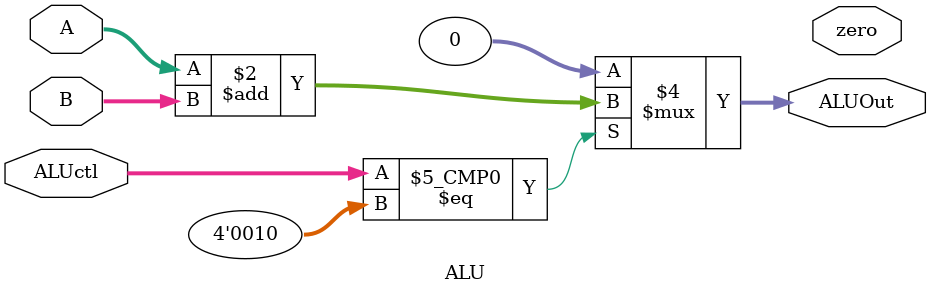
<source format=v>
module ALU (
    input [3:0] ALUctl,
    input signed [31:0] A,B,
    output reg signed [31:0] ALUOut,
    output zero
);
    // ALU has two operand, it execute different operator based on ALUctl wire
    // output zero is for determining taking branch or not (or you can change the design as you wish)

    // TODO: implement your ALU here
    // Hint: you can use operator to implement

    always @(*) begin
        case(ALUctl)

            4'b0010: ALUOut = A + B; 
            //Implement other ALU operations
            default : ALUOut = 32'b0;
        
        endcase
    end

endmodule


</source>
